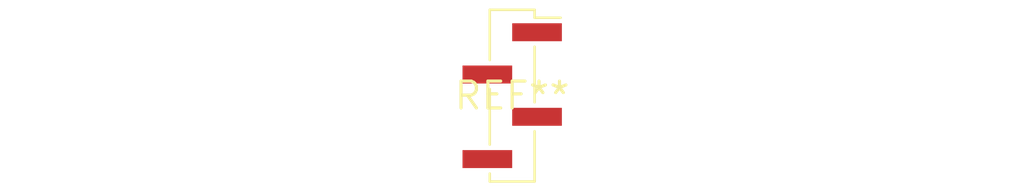
<source format=kicad_pcb>
(kicad_pcb (version 20240108) (generator pcbnew)
  (layers (0 "F.Cu" signal) (31 "B.Cu" signal) (34 "B.Paste" user) (35 "F.Paste" user) (36 "B.SilkS" user "B.Silkscreen") (37 "F.SilkS" user "F.Silkscreen") (38 "B.Mask" user) (39 "F.Mask" user) (44 "Edge.Cuts" user))
  (net 0 "")
  (footprint "PinHeader_1x04_P2.00mm_Vertical_SMD_Pin1Right" (layer "F.Cu") (at 0 0)
    (property "Reference" "REF**")
    (property "Value" "PinHeader_1x04_P2.00mm_Vertical_SMD_Pin1Right")
    (fp_line (start -1.06 -4.06) (end -1.06 -1.685) (layer "F.SilkS") (stroke (width 0.12)))
    (fp_line (start -1.06 -4.06) (end 1.06 -4.06) (layer "F.SilkS") (stroke (width 0.12)))
    (fp_line (start -1.06 -0.315) (end -1.06 2.315) (layer "F.SilkS") (stroke (width 0.12)))
    (fp_line (start -1.06 3.685) (end -1.06 4.06) (layer "F.SilkS") (stroke (width 0.12)))
    (fp_line (start -1.06 4.06) (end 1.06 4.06) (layer "F.SilkS") (stroke (width 0.12)))
    (fp_line (start 1.06 -4.06) (end 1.06 -3.685) (layer "F.SilkS") (stroke (width 0.12)))
    (fp_line (start 1.06 -3.685) (end 2.29 -3.685) (layer "F.SilkS") (stroke (width 0.12)))
    (fp_line (start 1.06 -2.315) (end 1.06 0.315) (layer "F.SilkS") (stroke (width 0.12)))
    (fp_line (start 1.06 1.685) (end 1.06 4.06) (layer "F.SilkS") (stroke (width 0.12)))
    (pad "1" smd rect (at 1.175 -3) (size 2.35 0.85) (layers "F.Cu" "F.Paste" "F.Mask"))
    (pad "2" smd rect (at -1.175 -1) (size 2.35 0.85) (layers "F.Cu" "F.Paste" "F.Mask"))
    (pad "3" smd rect (at 1.175 1) (size 2.35 0.85) (layers "F.Cu" "F.Paste" "F.Mask"))
    (pad "4" smd rect (at -1.175 3) (size 2.35 0.85) (layers "F.Cu" "F.Paste" "F.Mask"))
  )
)
</source>
